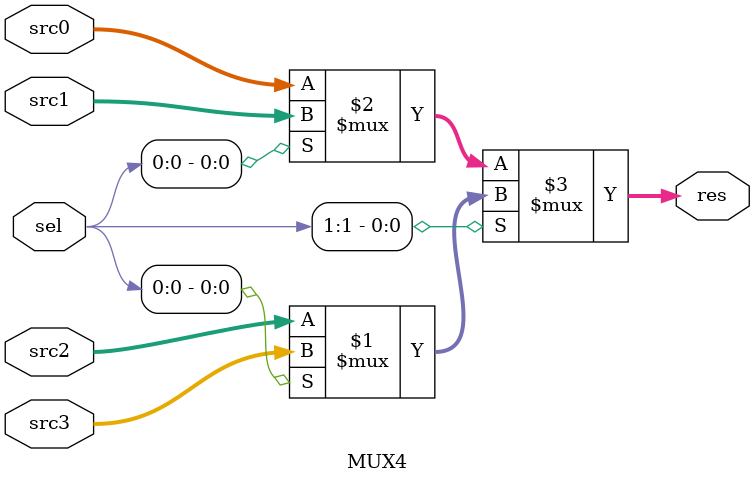
<source format=v>
module MUX4 # (
    parameter               WIDTH                   = 32
)(
    input                   [WIDTH-1 : 0]           src0, src1, src2, src3,
    input                   [      1 : 0]           sel,

    output                  [WIDTH-1 : 0]           res
);

assign res = sel[1] ? (sel[0] ? src3 : src2) : (sel[0] ? src1 : src0);
endmodule

</source>
